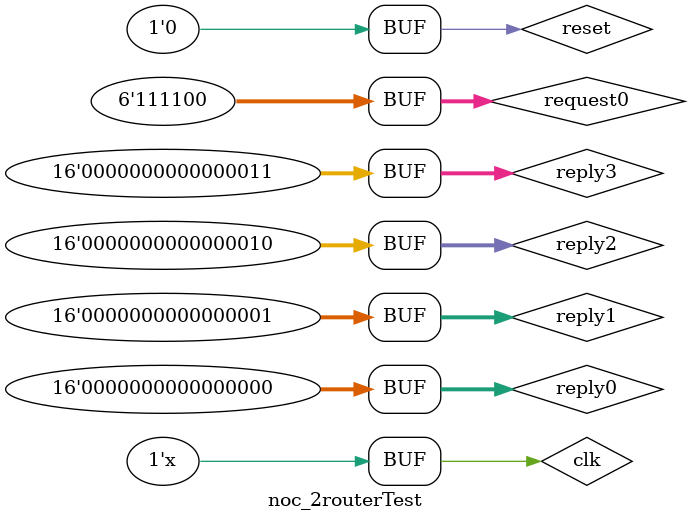
<source format=v>
/*
TODO:
-1)check request overflow
 */
module noc_2routerTest;
parameter N=16, DATA_W=16,RESP_W=DATA_W+6+3,REQ_W=12,DEPTH=32;
reg clk;
reg reset;
reg [5:0] request0; //request page id,16~64
reg [5:0] request1;  //-->request_id
reg [5:0] request2; 
reg [5:0] request3;
reg [DATA_W-1:0] reply0;  //--->reply from ants 
reg [DATA_W-1:0] reply1;
reg [DATA_W-1:0] reply2;
reg [DATA_W-1:0] reply3;
wire [5:0] query_id0;  //--->query_id, page value that requestd
wire [5:0] query_id1;
wire [5:0] query_id2;
wire [5:0] query_id3;
wire [DATA_W+5:0] response0; //resonsder out-->response to ants
wire [DATA_W+5:0] response1; 
wire [DATA_W+5:0] response2;
wire [DATA_W+5:0] response3;


noc #(N, DATA_W,RESP_W,REQ_W,DEPTH) noc 
		(clk,reset,
		request0, //request page id,16~64
		request1,  //-->request_id
		request2,  
		request3,
		reply0,  //--->reply from ants 
		reply1,
		reply2,
		reply3,
		query_id0,  //--->query_id, page value that requestd
		query_id1,
		query_id2,
		query_id3,
		response0, //resonsder out-->response to ants
		response1, 
		response2,
		response3);

always 
	#2 clk <= ~clk;

initial begin
	clk=0;
	reset=1'b0;
	// request0=60;
	// request1=63;
	// request2=1;
	// request3=2;

	reply0=0;
	reply1=1;
	reply2=2;
	reply3=3;

	#5 reset=1;
	#5 reset=0;
	#5
	request0=60;
	// request1=32;
	// request2=63;
	// request3=0;
end
endmodule
</source>
